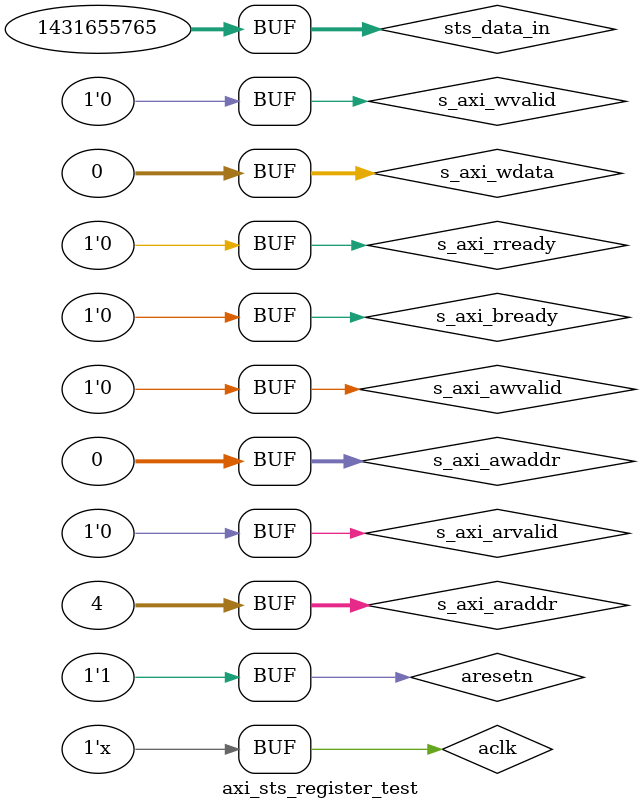
<source format=v>
`timescale 1ns / 1ps

module axi_sts_register_test(
    );
    reg aclk;
    reg aresetn;
    
    localparam STS_DATA_WIDTH = 32;
    localparam AXI_ADDR_WIDTH = 32;
    localparam AXI_DATA_WIDTH = 32;
    
    reg [STS_DATA_WIDTH-1:0] sts_data_in;

    // AXI Master
    // Write channel
    reg [AXI_ADDR_WIDTH-1:0] s_axi_awaddr;  // AXI4-Lite slave: Write address
    reg                      s_axi_awvalid; // AXI4-Lite slave: Write address valid
    wire                     s_axi_awready; // AXI4-Lite slave: Write address ready
    reg [AXI_DATA_WIDTH-1:0] s_axi_wdata;   // AXI4-Lite slave: Write data
    reg                      s_axi_wvalid;  // AXI4-Lite slave: Write data valid
    wire                     s_axi_wready;  // AXI4-Lite slave: Write data ready
    wire                     s_axi_bresp;   // AXI4-Lite slave: Write response
    wire                     s_axi_bvalid;  // AXI4-Lite slave: Write response valid
    reg                      s_axi_bready;  // AXI4-Lite slave: Write response ready
    
    // Read channel
    reg [AXI_ADDR_WIDTH-1:0] s_axi_araddr;  // AXI4-Lite slave: Read address
    reg                      s_axi_arvalid; // AXI4-Lite slave: Read address valid
    wire                     s_axi_arready; // AXI4-Lite slave: Read address ready
    wire [AXI_DATA_WIDTH-1:0] s_axi_rdata;   // AXI4-Lite slave: Read data
    wire [1:0]               s_axi_rresp;   // AXI4-Lite slave: Read data response
    wire                     s_axi_rvalid;  // AXI4-Lite slave: Read data valid
    reg                      s_axi_rready;   // AXI4-Lite slave: Read data ready

//    axi_vip_mst #() MASTER ();
    
    axi_sts_register #(
        .AXI_ADDR_WIDTH(AXI_ADDR_WIDTH),
        .AXI_DATA_WIDTH(AXI_DATA_WIDTH),
        .STS_DATA_WIDTH(STS_DATA_WIDTH)
    ) DUT (
        .aclk(aclk),
        .aresetn(aresetn),
        
        .sts_data(sts_data_in),
        
        // AXI Slave Interface
        .s_axi_awaddr(s_axi_awaddr),    
        .s_axi_awvalid(s_axi_awvalid),
        .s_axi_awready(s_axi_awready),
        .s_axi_wdata(s_axi_wdata),
        .s_axi_wvalid(s_axi_wvalid),    
        .s_axi_wready(s_axi_wready),    
        .s_axi_bresp(s_axi_bresp),      
        .s_axi_bvalid(s_axi_bvalid),    
        .s_axi_bready(s_axi_bready),    
        .s_axi_araddr(s_axi_araddr),    
        .s_axi_arvalid(s_axi_arvalid),  
        .s_axi_arready(s_axi_arready),  
        .s_axi_rdata(s_axi_rdata),      
        .s_axi_rresp(s_axi_rresp),      
        .s_axi_rvalid(s_axi_rvalid),    
        .s_axi_rready(s_axi_rready)
    );
    
    initial begin
        aclk = 1;
        aresetn = 0;
        
        // AXI Write, always idle
        s_axi_awaddr = 0;
        s_axi_awvalid = 0;
        s_axi_wdata = 0;
        s_axi_bready = 0;
        s_axi_wvalid = 0;
        
        // Read, idle for now
        s_axi_araddr = 0;
        s_axi_arvalid = 0;
        s_axi_rready = 0;
        
        sts_data_in = 32'h55555555;
        
        #50
        aresetn = 1;
        
        #10
        // Start AXI Read
        s_axi_araddr = 0;
        s_axi_arvalid = 1;
        #10
        s_axi_arvalid = 0;
                
        #30
        s_axi_rready = 1;
        
        #10
        s_axi_rready = 0;
        
        #20
        s_axi_araddr = 4;
        s_axi_arvalid = 1;
        #10
        s_axi_arvalid = 0;
        
    end
    
    always begin
        #5 aclk = ~aclk;
    end
       
endmodule

</source>
